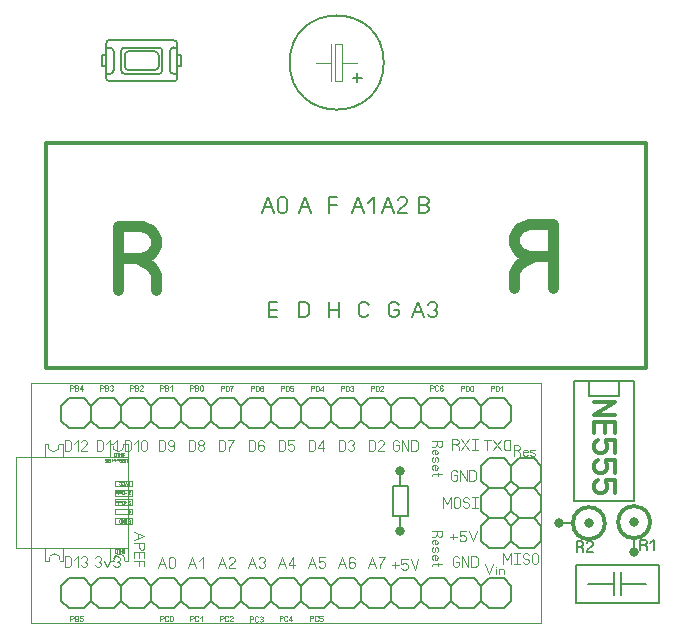
<source format=gbr>
%FSLAX34Y34*%
%MOMM*%
%LNCOPPER_BOTTOM*%
G71*
G01*
%ADD10C, 0.11*%
%ADD11C, 0.06*%
%ADD12C, 0.20*%
%ADD13C, 0.10*%
%ADD14C, 0.00*%
%ADD15C, 0.03*%
%ADD16C, 0.03*%
%ADD17C, 0.30*%
%ADD18C, 0.17*%
%ADD19C, 0.15*%
%ADD20C, 0.80*%
%ADD21C, 0.32*%
%ADD22C, 0.16*%
%ADD23C, 0.97*%
%LPD*%
G54D10*
X859768Y543872D02*
X859768Y552761D01*
X863102Y547205D01*
X866435Y552761D01*
X866435Y543872D01*
G54D10*
X874213Y551094D02*
X874213Y545538D01*
X873546Y544427D01*
X872213Y543872D01*
X870880Y543872D01*
X869546Y544427D01*
X868880Y545538D01*
X868880Y551094D01*
X869546Y552205D01*
X870880Y552761D01*
X872213Y552761D01*
X873546Y552205D01*
X874213Y551094D01*
G54D10*
X876656Y545538D02*
X877323Y544427D01*
X878656Y543872D01*
X879990Y543872D01*
X881323Y544427D01*
X881990Y545538D01*
X881990Y546650D01*
X881323Y547761D01*
X879990Y548316D01*
X878656Y548316D01*
X877323Y548872D01*
X876656Y549983D01*
X876656Y551094D01*
X877323Y552205D01*
X878656Y552761D01*
X879990Y552761D01*
X881323Y552205D01*
X881990Y551094D01*
G54D10*
X884434Y543872D02*
X889767Y543872D01*
G54D10*
X887100Y543872D02*
X887100Y552761D01*
G54D10*
X884434Y552761D02*
X889767Y552761D01*
G54D10*
X871029Y498157D02*
X873696Y498157D01*
X873696Y495379D01*
X873029Y494268D01*
X871696Y493712D01*
X870362Y493712D01*
X869029Y494268D01*
X868362Y495379D01*
X868362Y500935D01*
X869029Y502046D01*
X870362Y502601D01*
X871696Y502601D01*
X873029Y502046D01*
X873696Y500935D01*
G54D10*
X876140Y493712D02*
X876140Y502601D01*
X881473Y493712D01*
X881473Y502601D01*
G54D10*
X883916Y493712D02*
X883916Y502601D01*
X887250Y502601D01*
X888583Y502046D01*
X889250Y500935D01*
X889250Y495379D01*
X888583Y494268D01*
X887250Y493712D01*
X883916Y493712D01*
G54D10*
X895714Y496251D02*
X899047Y487362D01*
X902381Y496251D01*
G54D10*
X904825Y487362D02*
X904825Y492362D01*
G54D10*
X904825Y494029D02*
X904825Y494029D01*
G54D10*
X907269Y487362D02*
X907269Y492362D01*
G54D10*
X907269Y491251D02*
X907936Y492029D01*
X909269Y492362D01*
X910602Y492029D01*
X911269Y491251D01*
X911269Y487362D01*
G54D10*
X854994Y521809D02*
X853882Y519809D01*
X852771Y519142D01*
X850549Y519142D01*
G54D10*
X850549Y524476D02*
X859438Y524476D01*
X859438Y521142D01*
X858882Y519809D01*
X857771Y519142D01*
X856660Y519142D01*
X855549Y519809D01*
X854994Y521142D01*
X854994Y524476D01*
G54D10*
X851104Y512698D02*
X850549Y513765D01*
X850549Y515098D01*
X851104Y516432D01*
X852216Y516698D01*
X854104Y516698D01*
X855216Y516032D01*
X855549Y514698D01*
X855216Y513365D01*
X854438Y512698D01*
X853327Y512698D01*
X853327Y516698D01*
G54D10*
X851104Y510254D02*
X850549Y508921D01*
X850549Y507588D01*
X851104Y506254D01*
X852216Y506254D01*
X852771Y506921D01*
X853327Y509588D01*
X853882Y510254D01*
X854994Y510254D01*
X855549Y508921D01*
X855549Y507588D01*
X854994Y506254D01*
G54D10*
X851104Y499810D02*
X850549Y500877D01*
X850549Y502210D01*
X851104Y503544D01*
X852216Y503810D01*
X854104Y503810D01*
X855216Y503144D01*
X855549Y501810D01*
X855216Y500477D01*
X854438Y499810D01*
X853327Y499810D01*
X853327Y503810D01*
G54D10*
X859438Y496033D02*
X851104Y496033D01*
X850549Y495366D01*
X850771Y494700D01*
G54D10*
X855549Y497366D02*
X855549Y494700D01*
G54D10*
X816906Y495373D02*
X822239Y495373D01*
G54D10*
X819573Y497596D02*
X819573Y493151D01*
G54D10*
X830016Y500373D02*
X824683Y500373D01*
X824683Y496484D01*
X825350Y496484D01*
X826683Y497040D01*
X828016Y497040D01*
X829350Y496484D01*
X830016Y495373D01*
X830016Y493151D01*
X829350Y492040D01*
X828016Y491484D01*
X826683Y491484D01*
X825350Y492040D01*
X824683Y493151D01*
G54D10*
X832460Y500373D02*
X835793Y491484D01*
X839127Y500373D01*
G54D10*
X694668Y493072D02*
X698002Y501961D01*
X701335Y493072D01*
G54D10*
X696002Y496405D02*
X700002Y496405D01*
G54D10*
X703780Y500294D02*
X704446Y501405D01*
X705780Y501961D01*
X707113Y501961D01*
X708446Y501405D01*
X709113Y500294D01*
X709113Y499183D01*
X708446Y498072D01*
X707113Y497516D01*
X708446Y496961D01*
X709113Y495850D01*
X709113Y494739D01*
X708446Y493627D01*
X707113Y493072D01*
X705780Y493072D01*
X704446Y493627D01*
X703780Y494739D01*
G54D10*
X669268Y493072D02*
X672602Y501961D01*
X675935Y493072D01*
G54D10*
X670602Y496405D02*
X674602Y496405D01*
G54D10*
X683713Y493072D02*
X678380Y493072D01*
X678380Y493627D01*
X679046Y494738D01*
X683046Y498072D01*
X683713Y499183D01*
X683713Y500294D01*
X683046Y501405D01*
X681713Y501961D01*
X680380Y501961D01*
X679046Y501405D01*
X678380Y500294D01*
G54D10*
X720068Y493072D02*
X723402Y501961D01*
X726735Y493072D01*
G54D10*
X721402Y496405D02*
X725402Y496405D01*
G54D10*
X733180Y493072D02*
X733180Y501961D01*
X729180Y496405D01*
X729180Y495294D01*
X734513Y495294D01*
G54D10*
X745468Y493072D02*
X748802Y501961D01*
X752135Y493072D01*
G54D10*
X746802Y496405D02*
X750802Y496405D01*
G54D10*
X759913Y501961D02*
X754580Y501961D01*
X754580Y498072D01*
X755246Y498072D01*
X756580Y498627D01*
X757913Y498627D01*
X759246Y498072D01*
X759913Y496961D01*
X759913Y494738D01*
X759246Y493627D01*
X757913Y493072D01*
X756580Y493072D01*
X755246Y493627D01*
X754580Y494738D01*
G54D10*
X643868Y493072D02*
X647202Y501961D01*
X650535Y493072D01*
G54D10*
X645202Y496405D02*
X649202Y496405D01*
G54D10*
X652980Y498627D02*
X656313Y501961D01*
X656313Y493072D01*
G54D10*
X618468Y493072D02*
X621802Y501961D01*
X625135Y493072D01*
G54D10*
X619802Y496405D02*
X623802Y496405D01*
G54D10*
X632913Y500294D02*
X632913Y494738D01*
X632246Y493627D01*
X630913Y493072D01*
X629580Y493072D01*
X628246Y493627D01*
X627580Y494738D01*
X627580Y500294D01*
X628246Y501405D01*
X629580Y501961D01*
X630913Y501961D01*
X632246Y501405D01*
X632913Y500294D01*
G54D10*
X770868Y493072D02*
X774202Y501961D01*
X777535Y493072D01*
G54D10*
X772202Y496405D02*
X776202Y496405D01*
G54D10*
X785313Y500294D02*
X784646Y501405D01*
X783313Y501961D01*
X781980Y501961D01*
X780646Y501405D01*
X779980Y500294D01*
X779980Y497516D01*
X779980Y496961D01*
X781980Y498072D01*
X783313Y498072D01*
X784646Y497516D01*
X785313Y496405D01*
X785313Y494739D01*
X784646Y493627D01*
X783313Y493072D01*
X781980Y493072D01*
X780646Y493627D01*
X779980Y494739D01*
X779980Y497516D01*
G54D10*
X796268Y493072D02*
X799602Y501961D01*
X802935Y493072D01*
G54D10*
X797602Y496405D02*
X801602Y496405D01*
G54D10*
X805380Y501961D02*
X810713Y501961D01*
X810046Y500850D01*
X808713Y499183D01*
X807380Y496961D01*
X806713Y495294D01*
X806713Y493072D01*
G54D11*
X544512Y447675D02*
X544512Y452119D01*
X546179Y452119D01*
X546846Y451842D01*
X547179Y451286D01*
X547179Y450731D01*
X546846Y450175D01*
X546179Y449897D01*
X544512Y449897D01*
G54D11*
X548402Y447675D02*
X548402Y452119D01*
X550068Y452119D01*
X550735Y451842D01*
X551068Y451286D01*
X551068Y450731D01*
X550735Y450175D01*
X550068Y449897D01*
X550735Y449619D01*
X551068Y449064D01*
X551068Y448508D01*
X550735Y447953D01*
X550068Y447675D01*
X548402Y447675D01*
G54D11*
X548402Y449897D02*
X550068Y449897D01*
G54D11*
X554957Y452119D02*
X552290Y452119D01*
X552290Y450175D01*
X552624Y450175D01*
X553290Y450453D01*
X553957Y450453D01*
X554624Y450175D01*
X554957Y449619D01*
X554957Y448508D01*
X554624Y447953D01*
X553957Y447675D01*
X553290Y447675D01*
X552624Y447953D01*
X552290Y448508D01*
G54D11*
X620712Y447675D02*
X620712Y452119D01*
X622379Y452119D01*
X623046Y451842D01*
X623379Y451286D01*
X623379Y450731D01*
X623046Y450175D01*
X622379Y449897D01*
X620712Y449897D01*
G54D11*
X627268Y448508D02*
X626935Y447953D01*
X626268Y447675D01*
X625602Y447675D01*
X624935Y447953D01*
X624602Y448508D01*
X624602Y451286D01*
X624935Y451842D01*
X625602Y452119D01*
X626268Y452119D01*
X626935Y451842D01*
X627268Y451286D01*
G54D11*
X631157Y451286D02*
X631157Y448508D01*
X630824Y447953D01*
X630157Y447675D01*
X629490Y447675D01*
X628824Y447953D01*
X628490Y448508D01*
X628490Y451286D01*
X628824Y451842D01*
X629490Y452119D01*
X630157Y452119D01*
X630824Y451842D01*
X631157Y451286D01*
G54D11*
X646112Y447675D02*
X646112Y452119D01*
X647779Y452119D01*
X648446Y451842D01*
X648779Y451286D01*
X648779Y450731D01*
X648446Y450175D01*
X647779Y449897D01*
X646112Y449897D01*
G54D11*
X652668Y448508D02*
X652335Y447953D01*
X651668Y447675D01*
X651002Y447675D01*
X650335Y447953D01*
X650002Y448508D01*
X650002Y451286D01*
X650335Y451842D01*
X651002Y452119D01*
X651668Y452119D01*
X652335Y451842D01*
X652668Y451286D01*
G54D11*
X653890Y450453D02*
X655557Y452119D01*
X655557Y447675D01*
G54D11*
X671462Y447675D02*
X671462Y452119D01*
X673129Y452119D01*
X673796Y451842D01*
X674129Y451286D01*
X674129Y450730D01*
X673796Y450175D01*
X673129Y449897D01*
X671462Y449897D01*
G54D11*
X678018Y448508D02*
X677685Y447953D01*
X677018Y447675D01*
X676352Y447675D01*
X675685Y447953D01*
X675352Y448508D01*
X675352Y451286D01*
X675685Y451842D01*
X676352Y452119D01*
X677018Y452119D01*
X677685Y451842D01*
X678018Y451286D01*
G54D11*
X681907Y447675D02*
X679240Y447675D01*
X679240Y447953D01*
X679574Y448508D01*
X681574Y450175D01*
X681907Y450730D01*
X681907Y451286D01*
X681574Y451842D01*
X680907Y452119D01*
X680240Y452119D01*
X679574Y451842D01*
X679240Y451286D01*
G54D11*
X696789Y447397D02*
X696789Y451842D01*
X698455Y451842D01*
X699122Y451564D01*
X699455Y451008D01*
X699455Y450453D01*
X699122Y449897D01*
X698455Y449620D01*
X696789Y449620D01*
G54D11*
X703344Y448231D02*
X703011Y447675D01*
X702344Y447397D01*
X701678Y447397D01*
X701011Y447675D01*
X700678Y448231D01*
X700678Y451008D01*
X701011Y451564D01*
X701678Y451842D01*
X702344Y451842D01*
X703011Y451564D01*
X703344Y451008D01*
G54D11*
X704567Y451008D02*
X704900Y451564D01*
X705567Y451842D01*
X706233Y451842D01*
X706900Y451564D01*
X707233Y451008D01*
X707233Y450453D01*
X706900Y449897D01*
X706233Y449620D01*
X706900Y449342D01*
X707233Y448786D01*
X707233Y448231D01*
X706900Y447675D01*
X706233Y447397D01*
X705567Y447397D01*
X704900Y447675D01*
X704567Y448231D01*
G54D11*
X721569Y447993D02*
X721569Y452438D01*
X723236Y452438D01*
X723903Y452160D01*
X724236Y451604D01*
X724236Y451049D01*
X723903Y450493D01*
X723236Y450215D01*
X721569Y450215D01*
G54D11*
X728125Y448826D02*
X727792Y448271D01*
X727125Y447993D01*
X726458Y447993D01*
X725792Y448271D01*
X725458Y448826D01*
X725458Y451604D01*
X725792Y452160D01*
X726458Y452438D01*
X727125Y452438D01*
X727792Y452160D01*
X728125Y451604D01*
G54D11*
X731347Y447993D02*
X731347Y452438D01*
X729347Y449660D01*
X729347Y449104D01*
X732014Y449104D01*
G54D11*
X747536Y447993D02*
X747536Y452438D01*
X749203Y452438D01*
X749869Y452160D01*
X750203Y451604D01*
X750203Y451049D01*
X749869Y450493D01*
X749203Y450215D01*
X747536Y450215D01*
G54D11*
X754092Y448826D02*
X753758Y448271D01*
X753092Y447993D01*
X752425Y447993D01*
X751758Y448271D01*
X751425Y448826D01*
X751425Y451604D01*
X751758Y452160D01*
X752425Y452438D01*
X753092Y452438D01*
X753758Y452160D01*
X754092Y451604D01*
G54D11*
X757981Y452438D02*
X755314Y452438D01*
X755314Y450493D01*
X755647Y450493D01*
X756314Y450771D01*
X756981Y450771D01*
X757647Y450493D01*
X757981Y449938D01*
X757981Y448826D01*
X757647Y448271D01*
X756981Y447993D01*
X756314Y447993D01*
X755647Y448271D01*
X755314Y448826D01*
G54D11*
X849312Y642938D02*
X849312Y647382D01*
X850979Y647382D01*
X851646Y647104D01*
X851979Y646549D01*
X851979Y645993D01*
X851646Y645438D01*
X850979Y645160D01*
X849312Y645160D01*
G54D11*
X855868Y643771D02*
X855535Y643215D01*
X854868Y642938D01*
X854202Y642938D01*
X853535Y643215D01*
X853202Y643771D01*
X853202Y646549D01*
X853535Y647104D01*
X854202Y647382D01*
X854868Y647382D01*
X855535Y647104D01*
X855868Y646549D01*
G54D11*
X859757Y646549D02*
X859424Y647104D01*
X858757Y647382D01*
X858090Y647382D01*
X857424Y647104D01*
X857090Y646549D01*
X857090Y645160D01*
X857090Y644882D01*
X858090Y645438D01*
X858757Y645438D01*
X859424Y645160D01*
X859757Y644604D01*
X859757Y643771D01*
X859424Y643215D01*
X858757Y642938D01*
X858090Y642938D01*
X857424Y643215D01*
X857090Y643771D01*
X857090Y645160D01*
G54D11*
X900523Y642653D02*
X900523Y647098D01*
X902189Y647098D01*
X902856Y646820D01*
X903189Y646264D01*
X903189Y645709D01*
X902856Y645153D01*
X902189Y644876D01*
X900523Y644876D01*
G54D11*
X904412Y642653D02*
X904412Y647098D01*
X906078Y647098D01*
X906745Y646820D01*
X907078Y646264D01*
X907078Y643487D01*
X906745Y642931D01*
X906078Y642653D01*
X904412Y642653D01*
G54D11*
X908301Y645431D02*
X909967Y647098D01*
X909967Y642653D01*
G54D11*
X875123Y642653D02*
X875123Y647098D01*
X876789Y647098D01*
X877456Y646820D01*
X877789Y646264D01*
X877789Y645709D01*
X877456Y645153D01*
X876789Y644876D01*
X875123Y644876D01*
G54D11*
X879012Y642653D02*
X879012Y647098D01*
X880678Y647098D01*
X881345Y646820D01*
X881678Y646264D01*
X881678Y643487D01*
X881345Y642931D01*
X880678Y642653D01*
X879012Y642653D01*
G54D11*
X885567Y646264D02*
X885567Y643487D01*
X885234Y642931D01*
X884567Y642653D01*
X883901Y642653D01*
X883234Y642931D01*
X882901Y643487D01*
X882901Y646264D01*
X883234Y646820D01*
X883901Y647098D01*
X884567Y647098D01*
X885234Y646820D01*
X885567Y646264D01*
G54D11*
X798923Y642653D02*
X798923Y647098D01*
X800589Y647098D01*
X801256Y646820D01*
X801589Y646264D01*
X801589Y645709D01*
X801256Y645153D01*
X800589Y644876D01*
X798923Y644876D01*
G54D11*
X802812Y642653D02*
X802812Y647098D01*
X804478Y647098D01*
X805145Y646820D01*
X805478Y646264D01*
X805478Y643487D01*
X805145Y642931D01*
X804478Y642653D01*
X802812Y642653D01*
G54D11*
X809367Y642653D02*
X806701Y642653D01*
X806701Y642931D01*
X807034Y643487D01*
X809034Y645153D01*
X809367Y645709D01*
X809367Y646264D01*
X809034Y646820D01*
X808367Y647098D01*
X807701Y647098D01*
X807034Y646820D01*
X806701Y646264D01*
G54D11*
X773523Y642653D02*
X773523Y647098D01*
X775189Y647098D01*
X775856Y646820D01*
X776189Y646264D01*
X776189Y645709D01*
X775856Y645153D01*
X775189Y644876D01*
X773523Y644876D01*
G54D11*
X777412Y642653D02*
X777412Y647098D01*
X779078Y647098D01*
X779745Y646820D01*
X780078Y646264D01*
X780078Y643487D01*
X779745Y642931D01*
X779078Y642653D01*
X777412Y642653D01*
G54D11*
X781301Y646264D02*
X781634Y646820D01*
X782301Y647098D01*
X782967Y647098D01*
X783634Y646820D01*
X783967Y646264D01*
X783967Y645709D01*
X783634Y645153D01*
X782967Y644876D01*
X783634Y644598D01*
X783967Y644042D01*
X783967Y643487D01*
X783634Y642931D01*
X782967Y642653D01*
X782301Y642653D01*
X781634Y642931D01*
X781301Y643487D01*
G54D11*
X748123Y642653D02*
X748123Y647098D01*
X749789Y647098D01*
X750456Y646820D01*
X750789Y646264D01*
X750789Y645709D01*
X750456Y645153D01*
X749789Y644876D01*
X748123Y644876D01*
G54D11*
X752012Y642653D02*
X752012Y647098D01*
X753678Y647098D01*
X754345Y646820D01*
X754678Y646264D01*
X754678Y643487D01*
X754345Y642931D01*
X753678Y642653D01*
X752012Y642653D01*
G54D11*
X757901Y642653D02*
X757901Y647098D01*
X755901Y644320D01*
X755901Y643764D01*
X758567Y643764D01*
G54D11*
X722723Y642653D02*
X722723Y647098D01*
X724389Y647098D01*
X725056Y646820D01*
X725389Y646264D01*
X725389Y645709D01*
X725056Y645153D01*
X724389Y644876D01*
X722723Y644876D01*
G54D11*
X726612Y642653D02*
X726612Y647098D01*
X728278Y647098D01*
X728945Y646820D01*
X729278Y646264D01*
X729278Y643487D01*
X728945Y642931D01*
X728278Y642653D01*
X726612Y642653D01*
G54D11*
X733167Y647098D02*
X730501Y647098D01*
X730501Y645153D01*
X730834Y645153D01*
X731501Y645431D01*
X732167Y645431D01*
X732834Y645153D01*
X733167Y644598D01*
X733167Y643487D01*
X732834Y642931D01*
X732167Y642653D01*
X731501Y642653D01*
X730834Y642931D01*
X730501Y643487D01*
G54D11*
X697323Y642653D02*
X697323Y647098D01*
X698989Y647098D01*
X699656Y646820D01*
X699989Y646264D01*
X699989Y645709D01*
X699656Y645153D01*
X698989Y644876D01*
X697323Y644876D01*
G54D11*
X701212Y642653D02*
X701212Y647098D01*
X702878Y647098D01*
X703545Y646820D01*
X703878Y646264D01*
X703878Y643487D01*
X703545Y642931D01*
X702878Y642653D01*
X701212Y642653D01*
G54D11*
X707767Y646264D02*
X707434Y646820D01*
X706767Y647098D01*
X706101Y647098D01*
X705434Y646820D01*
X705101Y646264D01*
X705101Y644876D01*
X705101Y644598D01*
X706101Y645153D01*
X706767Y645153D01*
X707434Y644876D01*
X707767Y644320D01*
X707767Y643487D01*
X707434Y642931D01*
X706767Y642653D01*
X706101Y642653D01*
X705434Y642931D01*
X705101Y643487D01*
X705101Y644876D01*
G54D11*
X671923Y642653D02*
X671923Y647098D01*
X673589Y647098D01*
X674256Y646820D01*
X674589Y646264D01*
X674589Y645709D01*
X674256Y645153D01*
X673589Y644876D01*
X671923Y644876D01*
G54D11*
X675812Y642653D02*
X675812Y647098D01*
X677478Y647098D01*
X678145Y646820D01*
X678478Y646264D01*
X678478Y643487D01*
X678145Y642931D01*
X677478Y642653D01*
X675812Y642653D01*
G54D11*
X679701Y647098D02*
X682367Y647098D01*
X682034Y646542D01*
X681367Y645709D01*
X680701Y644598D01*
X680367Y643764D01*
X680367Y642653D01*
G54D12*
X549275Y484188D02*
X542875Y484188D01*
X536575Y477888D01*
X536575Y465088D01*
X542875Y458788D01*
X555675Y458788D01*
X561975Y465088D01*
X561975Y477888D01*
X555675Y484188D01*
X549275Y484188D01*
G54D12*
X574675Y484188D02*
X568275Y484188D01*
X561975Y477888D01*
X561975Y465088D01*
X568275Y458788D01*
X581075Y458788D01*
X587375Y465088D01*
X587375Y477888D01*
X581075Y484188D01*
X574675Y484188D01*
G54D12*
X600075Y484188D02*
X593675Y484188D01*
X587375Y477888D01*
X587375Y465088D01*
X593675Y458788D01*
X606475Y458788D01*
X612775Y465088D01*
X612775Y477888D01*
X606475Y484188D01*
X600075Y484188D01*
G54D12*
X625475Y484188D02*
X619075Y484188D01*
X612775Y477888D01*
X612775Y465088D01*
X619075Y458788D01*
X631875Y458788D01*
X638175Y465088D01*
X638175Y477888D01*
X631875Y484188D01*
X625475Y484188D01*
G54D12*
X650875Y484188D02*
X644475Y484188D01*
X638175Y477888D01*
X638175Y465088D01*
X644475Y458788D01*
X657275Y458788D01*
X663575Y465088D01*
X663575Y477888D01*
X657275Y484188D01*
X650875Y484188D01*
G54D12*
X676275Y484188D02*
X669875Y484188D01*
X663575Y477888D01*
X663575Y465088D01*
X669875Y458788D01*
X682675Y458788D01*
X688975Y465088D01*
X688975Y477888D01*
X682675Y484188D01*
X676275Y484188D01*
G54D12*
X701675Y484188D02*
X695275Y484188D01*
X688975Y477888D01*
X688975Y465088D01*
X695275Y458788D01*
X708075Y458788D01*
X714375Y465088D01*
X714375Y477888D01*
X708075Y484188D01*
X701675Y484188D01*
G54D12*
X727075Y484188D02*
X720675Y484188D01*
X714375Y477888D01*
X714375Y465088D01*
X720675Y458788D01*
X733475Y458788D01*
X739775Y465088D01*
X739775Y477888D01*
X733475Y484188D01*
X727075Y484188D01*
G54D12*
X752475Y484188D02*
X746075Y484188D01*
X739775Y477888D01*
X739775Y465088D01*
X746075Y458788D01*
X758875Y458788D01*
X765175Y465088D01*
X765175Y477888D01*
X758875Y484188D01*
X752475Y484188D01*
G54D12*
X777875Y484188D02*
X771475Y484188D01*
X765175Y477888D01*
X765175Y465088D01*
X771475Y458788D01*
X784275Y458788D01*
X790575Y465088D01*
X790575Y477888D01*
X784275Y484188D01*
X777875Y484188D01*
G54D12*
X803275Y484188D02*
X796875Y484188D01*
X790575Y477888D01*
X790575Y465088D01*
X796875Y458788D01*
X809675Y458788D01*
X815975Y465088D01*
X815975Y477888D01*
X809675Y484188D01*
X803275Y484188D01*
G54D12*
X828675Y484188D02*
X822275Y484188D01*
X815975Y477888D01*
X815975Y465088D01*
X822275Y458788D01*
X835075Y458788D01*
X841375Y465088D01*
X841375Y477888D01*
X835075Y484188D01*
X828675Y484188D01*
G54D12*
X854075Y484188D02*
X847675Y484188D01*
X841375Y477888D01*
X841375Y465088D01*
X847675Y458788D01*
X860475Y458788D01*
X866775Y465088D01*
X866775Y477888D01*
X860475Y484188D01*
X854075Y484188D01*
G54D12*
X879475Y484188D02*
X873075Y484188D01*
X866775Y477888D01*
X866775Y465088D01*
X873075Y458788D01*
X885875Y458788D01*
X892175Y465088D01*
X892175Y477888D01*
X885875Y484188D01*
X879475Y484188D01*
G54D12*
X904875Y484188D02*
X898475Y484188D01*
X892175Y477888D01*
X892175Y465088D01*
X898475Y458788D01*
X911275Y458788D01*
X917575Y465088D01*
X917575Y477888D01*
X911275Y484188D01*
X904875Y484188D01*
G54D12*
X549275Y636588D02*
X542875Y636588D01*
X536575Y630288D01*
X536575Y617488D01*
X542875Y611188D01*
X555675Y611188D01*
X561975Y617488D01*
X561975Y630288D01*
X555675Y636588D01*
X549275Y636588D01*
G54D12*
X574675Y636588D02*
X568275Y636588D01*
X561975Y630288D01*
X561975Y617488D01*
X568275Y611188D01*
X581075Y611188D01*
X587375Y617488D01*
X587375Y630288D01*
X581075Y636588D01*
X574675Y636588D01*
G54D12*
X600075Y636588D02*
X593675Y636588D01*
X587375Y630288D01*
X587375Y617488D01*
X593675Y611188D01*
X606475Y611188D01*
X612775Y617488D01*
X612775Y630288D01*
X606475Y636588D01*
X600075Y636588D01*
G54D12*
X625475Y636588D02*
X619075Y636588D01*
X612775Y630288D01*
X612775Y617488D01*
X619075Y611188D01*
X631875Y611188D01*
X638175Y617488D01*
X638175Y630288D01*
X631875Y636588D01*
X625475Y636588D01*
G54D12*
X650875Y636588D02*
X644475Y636588D01*
X638175Y630288D01*
X638175Y617488D01*
X644475Y611188D01*
X657275Y611188D01*
X663575Y617488D01*
X663575Y630288D01*
X657275Y636588D01*
X650875Y636588D01*
G54D12*
X676275Y636588D02*
X669875Y636588D01*
X663575Y630288D01*
X663575Y617488D01*
X669875Y611188D01*
X682675Y611188D01*
X688975Y617488D01*
X688975Y630288D01*
X682675Y636588D01*
X676275Y636588D01*
G54D12*
X701675Y636588D02*
X695275Y636588D01*
X688975Y630288D01*
X688975Y617488D01*
X695275Y611188D01*
X708075Y611188D01*
X714375Y617488D01*
X714375Y630288D01*
X708075Y636588D01*
X701675Y636588D01*
G54D12*
X727075Y636588D02*
X720675Y636588D01*
X714375Y630288D01*
X714375Y617488D01*
X720675Y611188D01*
X733475Y611188D01*
X739775Y617488D01*
X739775Y630288D01*
X733475Y636588D01*
X727075Y636588D01*
G54D12*
X752475Y636588D02*
X746075Y636588D01*
X739775Y630288D01*
X739775Y617488D01*
X746075Y611188D01*
X758875Y611188D01*
X765175Y617488D01*
X765175Y630288D01*
X758875Y636588D01*
X752475Y636588D01*
G54D12*
X777875Y636588D02*
X771475Y636588D01*
X765175Y630288D01*
X765175Y617488D01*
X771475Y611188D01*
X784275Y611188D01*
X790575Y617488D01*
X790575Y630288D01*
X784275Y636588D01*
X777875Y636588D01*
G54D12*
X803275Y636588D02*
X796875Y636588D01*
X790575Y630288D01*
X790575Y617488D01*
X796875Y611188D01*
X809675Y611188D01*
X815975Y617488D01*
X815975Y630288D01*
X809675Y636588D01*
X803275Y636588D01*
G54D12*
X828675Y636588D02*
X822275Y636588D01*
X815975Y630288D01*
X815975Y617488D01*
X822275Y611188D01*
X835075Y611188D01*
X841375Y617488D01*
X841375Y630288D01*
X835075Y636588D01*
X828675Y636588D01*
G54D12*
X854075Y636588D02*
X847675Y636588D01*
X841375Y630288D01*
X841375Y617488D01*
X847675Y611188D01*
X860475Y611188D01*
X866775Y617488D01*
X866775Y630288D01*
X860475Y636588D01*
X854075Y636588D01*
G54D12*
X879475Y636588D02*
X873075Y636588D01*
X866775Y630288D01*
X866775Y617488D01*
X873075Y611188D01*
X885875Y611188D01*
X892175Y617488D01*
X892175Y630288D01*
X885875Y636588D01*
X879475Y636588D01*
G54D12*
X904875Y636588D02*
X898475Y636588D01*
X892175Y630288D01*
X892175Y617488D01*
X898475Y611188D01*
X911275Y611188D01*
X917575Y617488D01*
X917575Y630288D01*
X911275Y636588D01*
X904875Y636588D01*
G54D13*
X511175Y649288D02*
X942975Y649288D01*
X942975Y446088D01*
X511175Y446088D01*
X511175Y649288D01*
G54D12*
X930275Y560388D02*
X936675Y560388D01*
X942975Y566687D01*
X942975Y579488D01*
X936675Y585787D01*
X923875Y585788D01*
X917575Y579488D01*
X917575Y566687D01*
X923875Y560388D01*
X930275Y560388D01*
G54D12*
X904875Y560388D02*
X911275Y560388D01*
X917575Y566687D01*
X917575Y579488D01*
X911275Y585787D01*
X898475Y585788D01*
X892175Y579487D01*
X892175Y566687D01*
X898475Y560388D01*
X904875Y560388D01*
G54D12*
X930275Y534988D02*
X936675Y534988D01*
X942975Y541288D01*
X942975Y554088D01*
X936675Y560388D01*
X923875Y560388D01*
X917575Y554088D01*
X917575Y541288D01*
X923875Y534988D01*
X930275Y534988D01*
G54D12*
X904875Y534988D02*
X911275Y534988D01*
X917575Y541288D01*
X917575Y554088D01*
X911275Y560388D01*
X898475Y560388D01*
X892175Y554088D01*
X892175Y541288D01*
X898475Y534988D01*
X904875Y534988D01*
G54D12*
X930275Y509588D02*
X936675Y509588D01*
X942975Y515888D01*
X942975Y528688D01*
X936675Y534988D01*
X923875Y534988D01*
X917575Y528688D01*
X917575Y515888D01*
X923875Y509588D01*
X930275Y509588D01*
G54D12*
X904875Y509588D02*
X911275Y509588D01*
X917575Y515888D01*
X917575Y528688D01*
X911275Y534988D01*
X898475Y534988D01*
X892175Y528688D01*
X892175Y515888D01*
X898475Y509588D01*
X904875Y509588D01*
G54D14*
X498475Y509588D02*
X592931Y509588D01*
X592931Y586581D01*
X498475Y586581D01*
X498475Y509588D01*
G54D15*
X595081Y564071D02*
X594081Y563071D01*
X594081Y565737D01*
G54D15*
X593181Y557800D02*
X594781Y557800D01*
X594781Y557633D01*
X594581Y557300D01*
X593381Y556300D01*
X593181Y555966D01*
X593181Y555633D01*
X593381Y555300D01*
X593781Y555133D01*
X594181Y555133D01*
X594581Y555300D01*
X594781Y555633D01*
G54D15*
X594988Y547658D02*
X594788Y547325D01*
X594388Y547158D01*
X593988Y547158D01*
X593588Y547325D01*
X593388Y547658D01*
X593388Y547992D01*
X593588Y548325D01*
X593988Y548492D01*
X593588Y548658D01*
X593388Y548992D01*
X593388Y549325D01*
X593588Y549658D01*
X593988Y549825D01*
X594388Y549825D01*
X594788Y549658D01*
X594988Y549325D01*
G54D15*
X593788Y541887D02*
X593788Y539221D01*
X594988Y540887D01*
X594988Y541221D01*
X593388Y541221D01*
G54D15*
X593388Y531283D02*
X594988Y531283D01*
X594988Y532450D01*
X594788Y532450D01*
X594388Y532283D01*
X593988Y532283D01*
X593588Y532450D01*
X593388Y532783D01*
X593388Y533450D01*
X593588Y533783D01*
X593988Y533950D01*
X594388Y533950D01*
X594788Y533783D01*
X594988Y533450D01*
G54D15*
X589431Y589794D02*
X589231Y590127D01*
X588831Y590294D01*
X588431Y590294D01*
X588031Y590127D01*
X587831Y589794D01*
X587831Y589460D01*
X588031Y589127D01*
X588431Y588960D01*
X588831Y588960D01*
X589231Y588794D01*
X589431Y588460D01*
X589431Y588127D01*
X589231Y587794D01*
X588831Y587627D01*
X588431Y587627D01*
X588031Y587794D01*
X587831Y588127D01*
G54D15*
X587131Y590294D02*
X587131Y587627D01*
G54D15*
X585531Y590294D02*
X585531Y587627D01*
G54D15*
X587131Y588960D02*
X585531Y588960D01*
G54D15*
X584831Y587627D02*
X584831Y590294D01*
X583431Y590294D01*
G54D15*
X582731Y590294D02*
X582731Y587627D01*
X581731Y587627D01*
X581331Y587794D01*
X581131Y588127D01*
X581131Y589794D01*
X581331Y590127D01*
X581731Y590294D01*
X582731Y590294D01*
G54D15*
X590225Y508088D02*
X590025Y508421D01*
X589625Y508588D01*
X589225Y508588D01*
X588825Y508421D01*
X588625Y508088D01*
X588625Y507754D01*
X588825Y507421D01*
X589225Y507254D01*
X589625Y507254D01*
X590025Y507088D01*
X590225Y506754D01*
X590225Y506421D01*
X590025Y506088D01*
X589625Y505921D01*
X589225Y505921D01*
X588825Y506088D01*
X588625Y506421D01*
G54D15*
X587925Y508588D02*
X587925Y505921D01*
G54D15*
X586325Y508588D02*
X586325Y505921D01*
G54D15*
X587925Y507254D02*
X586325Y507254D01*
G54D15*
X585625Y505921D02*
X585625Y508588D01*
X584225Y508588D01*
G54D15*
X583525Y508588D02*
X583525Y505921D01*
X582525Y505921D01*
X582125Y506088D01*
X581925Y506421D01*
X581925Y508088D01*
X582125Y508421D01*
X582525Y508588D01*
X583525Y508588D01*
G54D15*
X591012Y532616D02*
X590212Y532616D01*
X590212Y533450D01*
X590412Y533783D01*
X590812Y533950D01*
X591212Y533950D01*
X591612Y533783D01*
X591812Y533450D01*
X591812Y531783D01*
X591612Y531450D01*
X591212Y531283D01*
X590812Y531283D01*
X590412Y531450D01*
X590212Y531783D01*
G54D15*
X589512Y533950D02*
X589512Y531283D01*
X587912Y533950D01*
X587912Y531283D01*
G54D15*
X587212Y533950D02*
X587212Y531283D01*
X586212Y531283D01*
X585812Y531450D01*
X585612Y531783D01*
X585612Y533450D01*
X585812Y533783D01*
X586212Y533950D01*
X587212Y533950D01*
G54D16*
X591812Y548658D02*
X590212Y548658D01*
G54D16*
X591012Y547992D02*
X591012Y549325D01*
G54D16*
X589480Y549825D02*
X589480Y547158D01*
X588480Y547158D01*
X588080Y547325D01*
X587880Y547658D01*
X587880Y549325D01*
X588080Y549658D01*
X588480Y549825D01*
X589480Y549825D01*
G54D16*
X587146Y548492D02*
X586746Y548325D01*
X586266Y548325D01*
X585946Y548658D01*
X585946Y549825D01*
G54D16*
X585946Y549325D02*
X586146Y548992D01*
X586546Y548925D01*
X586946Y548992D01*
X587146Y549325D01*
X587066Y549658D01*
X586746Y549825D01*
X586546Y549825D01*
X586466Y549825D01*
X586146Y549658D01*
X585946Y549325D01*
G54D16*
X584814Y547158D02*
X584814Y549658D01*
X584614Y549825D01*
X584414Y549758D01*
G54D16*
X585214Y548325D02*
X584414Y548325D01*
G54D16*
X583680Y548492D02*
X583280Y548325D01*
X582800Y548325D01*
X582480Y548658D01*
X582480Y549825D01*
G54D16*
X582480Y549325D02*
X582680Y548992D01*
X583080Y548925D01*
X583480Y548992D01*
X583680Y549325D01*
X583600Y549658D01*
X583280Y549825D01*
X583080Y549825D01*
X583000Y549825D01*
X582680Y549658D01*
X582480Y549325D01*
G54D16*
X591812Y556596D02*
X590212Y556596D01*
G54D16*
X589480Y557762D02*
X589480Y555096D01*
X588480Y555096D01*
X588080Y555262D01*
X587880Y555596D01*
X587880Y557262D01*
X588080Y557596D01*
X588480Y557762D01*
X589480Y557762D01*
G54D16*
X587146Y556429D02*
X586746Y556262D01*
X586266Y556262D01*
X585946Y556596D01*
X585946Y557762D01*
G54D16*
X585946Y557262D02*
X586146Y556929D01*
X586546Y556862D01*
X586946Y556929D01*
X587146Y557262D01*
X587066Y557596D01*
X586746Y557762D01*
X586546Y557762D01*
X586466Y557762D01*
X586146Y557596D01*
X585946Y557262D01*
G54D16*
X584814Y555096D02*
X584814Y557596D01*
X584614Y557762D01*
X584414Y557696D01*
G54D16*
X585214Y556262D02*
X584414Y556262D01*
G54D16*
X583680Y556429D02*
X583280Y556262D01*
X582800Y556262D01*
X582480Y556596D01*
X582480Y557762D01*
G54D16*
X582480Y557262D02*
X582680Y556929D01*
X583080Y556862D01*
X583480Y556929D01*
X583680Y557262D01*
X583600Y557596D01*
X583280Y557762D01*
X583080Y557762D01*
X583000Y557762D01*
X582680Y557596D01*
X582480Y557262D01*
G54D16*
X592606Y563033D02*
X591606Y565700D01*
X590606Y563033D01*
G54D16*
X588273Y565200D02*
X588473Y565533D01*
X588873Y565700D01*
X589273Y565700D01*
X589673Y565533D01*
X589873Y565200D01*
X589873Y563533D01*
X589673Y563200D01*
X589273Y563033D01*
X588873Y563033D01*
X588473Y563200D01*
X588273Y563533D01*
G54D16*
X585940Y565200D02*
X586140Y565533D01*
X586540Y565700D01*
X586940Y565700D01*
X587340Y565533D01*
X587540Y565200D01*
X587540Y563533D01*
X587340Y563200D01*
X586940Y563033D01*
X586540Y563033D01*
X586140Y563200D01*
X585940Y563533D01*
G54D15*
X592169Y582752D02*
X592169Y584919D01*
X591969Y585252D01*
X591569Y585419D01*
X591169Y585419D01*
X590769Y585252D01*
X590569Y584919D01*
X590569Y582752D01*
G54D15*
X589869Y584919D02*
X589669Y585252D01*
X589269Y585419D01*
X588869Y585419D01*
X588469Y585252D01*
X588269Y584919D01*
X588269Y584585D01*
X588469Y584252D01*
X588869Y584085D01*
X589269Y584085D01*
X589669Y583919D01*
X589869Y583585D01*
X589869Y583252D01*
X589669Y582919D01*
X589269Y582752D01*
X588869Y582752D01*
X588469Y582919D01*
X588269Y583252D01*
G54D15*
X587569Y585419D02*
X587569Y582752D01*
X586569Y582752D01*
X586169Y582919D01*
X585969Y583252D01*
X585969Y583585D01*
X586169Y583919D01*
X586569Y584085D01*
X586169Y584252D01*
X585969Y584585D01*
X585969Y584919D01*
X586169Y585252D01*
X586569Y585419D01*
X587569Y585419D01*
G54D15*
X587569Y584085D02*
X586569Y584085D01*
G54D15*
X584569Y585419D02*
X584569Y583919D01*
G54D15*
X584569Y584185D02*
X584169Y583919D01*
X583769Y584019D01*
X583569Y584252D01*
X583569Y585419D01*
G54D15*
X583569Y584185D02*
X583169Y583919D01*
X582769Y584019D01*
X582569Y584252D01*
X582569Y585419D01*
G54D15*
X581869Y585419D02*
X581869Y583919D01*
G54D15*
X581869Y583419D02*
X581869Y583419D01*
G54D15*
X581169Y585419D02*
X581169Y583919D01*
G54D15*
X581169Y584252D02*
X580969Y584019D01*
X580569Y583919D01*
X580169Y584019D01*
X579969Y584252D01*
X579969Y585419D01*
G54D15*
X579269Y585419D02*
X579269Y583919D01*
G54D15*
X579269Y583419D02*
X579269Y583419D01*
G54D15*
X577869Y585419D02*
X577869Y582752D01*
X576869Y582752D01*
X576469Y582919D01*
X576269Y583252D01*
X576269Y583585D01*
X576469Y583919D01*
X576869Y584085D01*
X576469Y584252D01*
X576269Y584585D01*
X576269Y584919D01*
X576469Y585252D01*
X576869Y585419D01*
X577869Y585419D01*
G54D15*
X577869Y584085D02*
X576869Y584085D01*
G54D15*
X573969Y582752D02*
X575569Y582752D01*
X575569Y583919D01*
X575369Y583919D01*
X574969Y583752D01*
X574569Y583752D01*
X574169Y583919D01*
X573969Y584252D01*
X573969Y584919D01*
X574169Y585252D01*
X574569Y585419D01*
X574969Y585419D01*
X575369Y585252D01*
X575569Y584919D01*
G54D14*
G75*
G01X580332Y597324D02*
G03X589605Y597324I4637J-1243D01*
G01*
G54D14*
X592906Y586556D02*
X592906Y597669D01*
X589731Y597669D01*
G54D14*
X580206Y597669D02*
X577825Y597669D01*
X577825Y586556D01*
G54D14*
G75*
G01X525564Y597324D02*
G03X534836Y597324I4636J-1243D01*
G01*
G54D14*
X538138Y586556D02*
X538138Y597669D01*
X534962Y597669D01*
G54D14*
X525438Y597669D02*
X523056Y597669D01*
X523056Y586556D01*
G54D14*
G75*
G01X535699Y498733D02*
G03X526426Y498733I-4637J1242D01*
G01*
G54D14*
X523125Y509500D02*
X523125Y498388D01*
X526300Y498388D01*
G54D14*
X535825Y498388D02*
X538206Y498388D01*
X538206Y509500D01*
G54D14*
G75*
G01X590455Y498808D02*
G03X581182Y498808I-4636J1242D01*
G01*
G54D14*
X577881Y509575D02*
X577881Y498462D01*
X581056Y498462D01*
G54D14*
X590581Y498462D02*
X592962Y498462D01*
X592962Y509575D01*
G54D14*
X596900Y530225D02*
X582612Y530225D01*
X582612Y534988D01*
X596900Y534988D01*
X596900Y530225D01*
G54D14*
X596900Y538163D02*
X582612Y538163D01*
X582612Y542925D01*
X596900Y542925D01*
X596900Y538163D01*
G54D14*
X596900Y546100D02*
X582612Y546100D01*
X582612Y550863D01*
X596900Y550863D01*
X596900Y546100D01*
G54D14*
X596900Y554038D02*
X582612Y554038D01*
X582612Y558800D01*
X596900Y558800D01*
X596900Y554038D01*
G54D14*
X596900Y561975D02*
X582612Y561975D01*
X582612Y566738D01*
X596900Y566738D01*
X596900Y561975D01*
G54D10*
X866118Y519186D02*
X871452Y519186D01*
G54D10*
X868785Y521408D02*
X868785Y516964D01*
G54D10*
X879229Y524186D02*
X873896Y524186D01*
X873896Y520297D01*
X874562Y520297D01*
X875896Y520852D01*
X877229Y520852D01*
X878562Y520297D01*
X879229Y519186D01*
X879229Y516964D01*
X878562Y515852D01*
X877229Y515297D01*
X875896Y515297D01*
X874562Y515852D01*
X873896Y516964D01*
G54D10*
X881672Y524186D02*
X885006Y515297D01*
X888339Y524186D01*
G54D10*
X869442Y571182D02*
X872108Y571182D01*
X872108Y568404D01*
X871442Y567293D01*
X870108Y566738D01*
X868775Y566738D01*
X867442Y567293D01*
X866775Y568404D01*
X866775Y573960D01*
X867442Y575071D01*
X868775Y575626D01*
X870108Y575626D01*
X871442Y575071D01*
X872108Y573960D01*
G54D10*
X874552Y566738D02*
X874552Y575626D01*
X879885Y566737D01*
X879885Y575626D01*
G54D10*
X882329Y566738D02*
X882329Y575626D01*
X885662Y575626D01*
X886996Y575071D01*
X887662Y573960D01*
X887662Y568404D01*
X886996Y567293D01*
X885662Y566738D01*
X882329Y566738D01*
G54D10*
X922357Y592446D02*
X924357Y591335D01*
X925024Y590223D01*
X925024Y588001D01*
G54D10*
X919690Y588001D02*
X919690Y596890D01*
X923024Y596890D01*
X924357Y596335D01*
X925024Y595223D01*
X925024Y594112D01*
X924357Y593001D01*
X923024Y592446D01*
X919690Y592446D01*
G54D10*
X931467Y588557D02*
X930400Y588001D01*
X929067Y588001D01*
X927734Y588557D01*
X927467Y589668D01*
X927467Y591557D01*
X928134Y592668D01*
X929467Y593001D01*
X930800Y592668D01*
X931467Y591890D01*
X931467Y590779D01*
X927467Y590779D01*
G54D10*
X933911Y588557D02*
X935244Y588001D01*
X936578Y588001D01*
X937911Y588557D01*
X937911Y589668D01*
X937244Y590223D01*
X934578Y590779D01*
X933911Y591335D01*
X933911Y592446D01*
X935244Y593001D01*
X936578Y593001D01*
X937911Y592446D01*
G54D10*
X910568Y496247D02*
X910568Y505136D01*
X913902Y499580D01*
X917235Y505136D01*
X917235Y496247D01*
G54D10*
X919680Y496247D02*
X925013Y496247D01*
G54D10*
X922346Y496247D02*
X922346Y505136D01*
G54D10*
X919680Y505136D02*
X925013Y505136D01*
G54D10*
X927456Y497914D02*
X928123Y496802D01*
X929456Y496247D01*
X930790Y496247D01*
X932123Y496802D01*
X932790Y497914D01*
X932790Y499025D01*
X932123Y500136D01*
X930790Y500691D01*
X929456Y500691D01*
X928123Y501247D01*
X927456Y502358D01*
X927456Y503469D01*
X928123Y504580D01*
X929456Y505136D01*
X930790Y505136D01*
X932123Y504580D01*
X932790Y503469D01*
G54D10*
X940567Y503469D02*
X940567Y497914D01*
X939900Y496802D01*
X938567Y496247D01*
X937234Y496247D01*
X935900Y496802D01*
X935234Y497914D01*
X935234Y503469D01*
X935900Y504580D01*
X937234Y505136D01*
X938567Y505136D01*
X939900Y504580D01*
X940567Y503469D01*
G54D11*
X544512Y642938D02*
X544512Y647382D01*
X546179Y647382D01*
X546846Y647104D01*
X547179Y646549D01*
X547179Y645993D01*
X546846Y645438D01*
X546179Y645160D01*
X544512Y645160D01*
G54D11*
X548402Y642938D02*
X548402Y647382D01*
X550068Y647382D01*
X550735Y647104D01*
X551068Y646549D01*
X551068Y645993D01*
X550735Y645438D01*
X550068Y645160D01*
X550735Y644882D01*
X551068Y644326D01*
X551068Y643771D01*
X550735Y643215D01*
X550068Y642938D01*
X548402Y642938D01*
G54D11*
X548402Y645160D02*
X550068Y645160D01*
G54D11*
X554290Y642938D02*
X554290Y647382D01*
X552290Y644604D01*
X552290Y644049D01*
X554957Y644049D01*
G54D11*
X569912Y642938D02*
X569912Y647382D01*
X571579Y647382D01*
X572246Y647104D01*
X572579Y646549D01*
X572579Y645993D01*
X572246Y645438D01*
X571579Y645160D01*
X569912Y645160D01*
G54D11*
X573802Y642938D02*
X573802Y647382D01*
X575468Y647382D01*
X576135Y647104D01*
X576468Y646549D01*
X576468Y645993D01*
X576135Y645438D01*
X575468Y645160D01*
X576135Y644882D01*
X576468Y644326D01*
X576468Y643771D01*
X576135Y643215D01*
X575468Y642938D01*
X573802Y642938D01*
G54D11*
X573802Y645160D02*
X575468Y645160D01*
G54D11*
X577690Y646549D02*
X578024Y647104D01*
X578690Y647382D01*
X579357Y647382D01*
X580024Y647104D01*
X580357Y646549D01*
X580357Y645993D01*
X580024Y645438D01*
X579357Y645160D01*
X580024Y644882D01*
X580357Y644326D01*
X580357Y643771D01*
X580024Y643215D01*
X579357Y642938D01*
X578690Y642938D01*
X578024Y643215D01*
X577690Y643771D01*
G54D11*
X595312Y642938D02*
X595312Y647382D01*
X596979Y647382D01*
X597646Y647104D01*
X597979Y646549D01*
X597979Y645993D01*
X597646Y645438D01*
X596979Y645160D01*
X595312Y645160D01*
G54D11*
X599202Y642938D02*
X599202Y647382D01*
X600868Y647382D01*
X601535Y647104D01*
X601868Y646549D01*
X601868Y645993D01*
X601535Y645438D01*
X600868Y645160D01*
X601535Y644882D01*
X601868Y644326D01*
X601868Y643771D01*
X601535Y643215D01*
X600868Y642938D01*
X599202Y642938D01*
G54D11*
X599202Y645160D02*
X600868Y645160D01*
G54D11*
X605757Y642938D02*
X603090Y642938D01*
X603090Y643215D01*
X603424Y643771D01*
X605424Y645438D01*
X605757Y645993D01*
X605757Y646549D01*
X605424Y647104D01*
X604757Y647382D01*
X604090Y647382D01*
X603424Y647104D01*
X603090Y646549D01*
G54D11*
X620712Y642938D02*
X620712Y647382D01*
X622379Y647382D01*
X623046Y647104D01*
X623379Y646549D01*
X623379Y645993D01*
X623046Y645438D01*
X622379Y645160D01*
X620712Y645160D01*
G54D11*
X624602Y642938D02*
X624602Y647382D01*
X626268Y647382D01*
X626935Y647104D01*
X627268Y646549D01*
X627268Y645993D01*
X626935Y645438D01*
X626268Y645160D01*
X626935Y644882D01*
X627268Y644326D01*
X627268Y643771D01*
X626935Y643215D01*
X626268Y642938D01*
X624602Y642938D01*
G54D11*
X624602Y645160D02*
X626268Y645160D01*
G54D11*
X628490Y645715D02*
X630157Y647382D01*
X630157Y642938D01*
G54D11*
X646112Y642938D02*
X646112Y647382D01*
X647779Y647382D01*
X648446Y647104D01*
X648779Y646549D01*
X648779Y645993D01*
X648446Y645438D01*
X647779Y645160D01*
X646112Y645160D01*
G54D11*
X650002Y642938D02*
X650002Y647382D01*
X651668Y647382D01*
X652335Y647104D01*
X652668Y646549D01*
X652668Y645993D01*
X652335Y645438D01*
X651668Y645160D01*
X652335Y644882D01*
X652668Y644326D01*
X652668Y643771D01*
X652335Y643215D01*
X651668Y642938D01*
X650002Y642938D01*
G54D11*
X650002Y645160D02*
X651668Y645160D01*
G54D11*
X656557Y646549D02*
X656557Y643771D01*
X656224Y643215D01*
X655557Y642938D01*
X654890Y642938D01*
X654224Y643215D01*
X653890Y643771D01*
X653890Y646549D01*
X654224Y647104D01*
X654890Y647382D01*
X655557Y647382D01*
X656224Y647104D01*
X656557Y646549D01*
G54D10*
X539750Y592138D02*
X539750Y601026D01*
X543083Y601026D01*
X544417Y600471D01*
X545083Y599360D01*
X545083Y593804D01*
X544417Y592693D01*
X543083Y592138D01*
X539750Y592138D01*
G54D10*
X547527Y597693D02*
X550860Y601026D01*
X550860Y592138D01*
G54D10*
X558637Y592138D02*
X553304Y592138D01*
X553304Y592693D01*
X553971Y593804D01*
X557971Y597138D01*
X558637Y598249D01*
X558637Y599360D01*
X557971Y600471D01*
X556637Y601026D01*
X555304Y601026D01*
X553971Y600471D01*
X553304Y599360D01*
G54D10*
X566738Y592138D02*
X566738Y601026D01*
X570071Y601026D01*
X571404Y600471D01*
X572071Y599360D01*
X572071Y593804D01*
X571404Y592693D01*
X570071Y592138D01*
X566738Y592138D01*
G54D10*
X574514Y597693D02*
X577848Y601026D01*
X577848Y592138D01*
G54D10*
X580292Y597693D02*
X583625Y601026D01*
X583625Y592138D01*
G54D10*
X590550Y592138D02*
X590550Y601026D01*
X593883Y601026D01*
X595217Y600471D01*
X595883Y599360D01*
X595883Y593804D01*
X595217Y592693D01*
X593883Y592138D01*
X590550Y592138D01*
G54D10*
X598327Y597693D02*
X601660Y601026D01*
X601660Y592138D01*
G54D10*
X609437Y599360D02*
X609437Y593804D01*
X608771Y592693D01*
X607437Y592138D01*
X606104Y592138D01*
X604771Y592693D01*
X604104Y593804D01*
X604104Y599360D01*
X604771Y600471D01*
X606104Y601026D01*
X607437Y601026D01*
X608771Y600471D01*
X609437Y599360D01*
G54D10*
X619125Y592138D02*
X619125Y601026D01*
X622458Y601026D01*
X623792Y600471D01*
X624458Y599360D01*
X624458Y593804D01*
X623792Y592693D01*
X622458Y592138D01*
X619125Y592138D01*
G54D10*
X626902Y593804D02*
X627569Y592693D01*
X628902Y592138D01*
X630235Y592138D01*
X631569Y592693D01*
X632235Y593804D01*
X632235Y596582D01*
X632235Y597138D01*
X630235Y596026D01*
X628902Y596026D01*
X627569Y596582D01*
X626902Y597693D01*
X626902Y599360D01*
X627569Y600471D01*
X628902Y601026D01*
X630235Y601026D01*
X631569Y600471D01*
X632235Y599360D01*
X632235Y596582D01*
G54D10*
X644525Y592138D02*
X644525Y601026D01*
X647858Y601026D01*
X649192Y600471D01*
X649858Y599360D01*
X649858Y593804D01*
X649192Y592693D01*
X647858Y592138D01*
X644525Y592138D01*
G54D10*
X655635Y596582D02*
X654302Y596582D01*
X652969Y597138D01*
X652302Y598249D01*
X652302Y599360D01*
X652969Y600471D01*
X654302Y601026D01*
X655635Y601026D01*
X656969Y600471D01*
X657635Y599360D01*
X657635Y598249D01*
X656969Y597138D01*
X655635Y596582D01*
X656969Y596026D01*
X657635Y594915D01*
X657635Y593804D01*
X656969Y592693D01*
X655635Y592138D01*
X654302Y592138D01*
X652969Y592693D01*
X652302Y593804D01*
X652302Y594915D01*
X652969Y596026D01*
X654302Y596582D01*
G54D10*
X669925Y592138D02*
X669925Y601026D01*
X673258Y601026D01*
X674592Y600471D01*
X675258Y599360D01*
X675258Y593804D01*
X674592Y592693D01*
X673258Y592138D01*
X669925Y592138D01*
G54D10*
X677702Y601026D02*
X683035Y601026D01*
X682369Y599915D01*
X681035Y598249D01*
X679702Y596026D01*
X679035Y594360D01*
X679035Y592138D01*
G54D10*
X695325Y592138D02*
X695325Y601026D01*
X698658Y601026D01*
X699992Y600471D01*
X700658Y599360D01*
X700658Y593804D01*
X699992Y592693D01*
X698658Y592138D01*
X695325Y592138D01*
G54D10*
X708435Y599360D02*
X707769Y600471D01*
X706435Y601026D01*
X705102Y601026D01*
X703769Y600471D01*
X703102Y599360D01*
X703102Y596582D01*
X703102Y596026D01*
X705102Y597138D01*
X706435Y597138D01*
X707769Y596582D01*
X708435Y595471D01*
X708435Y593804D01*
X707769Y592693D01*
X706435Y592138D01*
X705102Y592138D01*
X703769Y592693D01*
X703102Y593804D01*
X703102Y596582D01*
G54D10*
X720725Y592138D02*
X720725Y601026D01*
X724058Y601026D01*
X725392Y600471D01*
X726058Y599360D01*
X726058Y593804D01*
X725392Y592693D01*
X724058Y592138D01*
X720725Y592138D01*
G54D10*
X733835Y601026D02*
X728502Y601026D01*
X728502Y597138D01*
X729169Y597138D01*
X730502Y597693D01*
X731835Y597693D01*
X733169Y597138D01*
X733835Y596026D01*
X733835Y593804D01*
X733169Y592693D01*
X731835Y592138D01*
X730502Y592138D01*
X729169Y592693D01*
X728502Y593804D01*
G54D10*
X746125Y592138D02*
X746125Y601026D01*
X749458Y601026D01*
X750792Y600471D01*
X751458Y599360D01*
X751458Y593804D01*
X750792Y592693D01*
X749458Y592138D01*
X746125Y592138D01*
G54D10*
X757902Y592138D02*
X757902Y601026D01*
X753902Y595471D01*
X753902Y594360D01*
X759235Y594360D01*
G54D10*
X771525Y592138D02*
X771525Y601026D01*
X774858Y601026D01*
X776192Y600471D01*
X776858Y599360D01*
X776858Y593804D01*
X776192Y592693D01*
X774858Y592138D01*
X771525Y592138D01*
G54D10*
X779302Y599360D02*
X779969Y600471D01*
X781302Y601026D01*
X782635Y601026D01*
X783969Y600471D01*
X784635Y599360D01*
X784635Y598249D01*
X783969Y597138D01*
X782635Y596582D01*
X783969Y596026D01*
X784635Y594915D01*
X784635Y593804D01*
X783969Y592693D01*
X782635Y592138D01*
X781302Y592138D01*
X779969Y592693D01*
X779302Y593804D01*
G54D10*
X796925Y592138D02*
X796925Y601026D01*
X800258Y601026D01*
X801592Y600471D01*
X802258Y599360D01*
X802258Y593804D01*
X801592Y592693D01*
X800258Y592138D01*
X796925Y592138D01*
G54D10*
X810035Y592138D02*
X804702Y592138D01*
X804702Y592693D01*
X805369Y593804D01*
X809369Y597138D01*
X810035Y598249D01*
X810035Y599360D01*
X809369Y600471D01*
X808035Y601026D01*
X806702Y601026D01*
X805369Y600471D01*
X804702Y599360D01*
G54D10*
X854994Y598009D02*
X853882Y596009D01*
X852771Y595342D01*
X850549Y595342D01*
G54D10*
X850549Y600676D02*
X859438Y600676D01*
X859438Y597342D01*
X858882Y596009D01*
X857771Y595342D01*
X856660Y595342D01*
X855549Y596009D01*
X854994Y597342D01*
X854994Y600676D01*
G54D10*
X851104Y588898D02*
X850549Y589965D01*
X850549Y591298D01*
X851104Y592632D01*
X852216Y592898D01*
X854104Y592898D01*
X855216Y592232D01*
X855549Y590898D01*
X855216Y589565D01*
X854438Y588898D01*
X853327Y588898D01*
X853327Y592898D01*
G54D10*
X851104Y586454D02*
X850549Y585121D01*
X850549Y583788D01*
X851104Y582454D01*
X852216Y582454D01*
X852771Y583121D01*
X853327Y585788D01*
X853882Y586454D01*
X854994Y586454D01*
X855549Y585121D01*
X855549Y583788D01*
X854994Y582454D01*
G54D10*
X851104Y576010D02*
X850549Y577077D01*
X850549Y578410D01*
X851104Y579744D01*
X852216Y580010D01*
X854104Y580010D01*
X855216Y579344D01*
X855549Y578010D01*
X855216Y576677D01*
X854438Y576010D01*
X853327Y576010D01*
X853327Y580010D01*
G54D10*
X859438Y572233D02*
X851104Y572233D01*
X850549Y571566D01*
X850771Y570900D01*
G54D10*
X855549Y573566D02*
X855549Y570900D01*
G54D10*
X820229Y596582D02*
X822896Y596582D01*
X822896Y593804D01*
X822229Y592693D01*
X820896Y592138D01*
X819562Y592138D01*
X818229Y592693D01*
X817562Y593804D01*
X817562Y599360D01*
X818229Y600471D01*
X819562Y601026D01*
X820896Y601026D01*
X822229Y600471D01*
X822896Y599360D01*
G54D10*
X825340Y592138D02*
X825340Y601026D01*
X830673Y592137D01*
X830673Y601026D01*
G54D10*
X833116Y592138D02*
X833116Y601026D01*
X836450Y601026D01*
X837783Y600471D01*
X838450Y599360D01*
X838450Y593804D01*
X837783Y592693D01*
X836450Y592138D01*
X833116Y592138D01*
G54D10*
X870372Y597529D02*
X872372Y596418D01*
X873039Y595307D01*
X873039Y593085D01*
G54D10*
X867706Y593085D02*
X867706Y601974D01*
X871039Y601974D01*
X872372Y601418D01*
X873039Y600307D01*
X873039Y599196D01*
X872372Y598085D01*
X871039Y597529D01*
X867706Y597529D01*
G54D10*
X875483Y601974D02*
X882149Y593085D01*
G54D10*
X875483Y593085D02*
X882149Y601974D01*
G54D10*
X884594Y593085D02*
X889927Y593085D01*
G54D10*
X887260Y593085D02*
X887260Y601974D01*
G54D10*
X884594Y601974D02*
X889927Y601974D01*
G54D10*
X897493Y592543D02*
X897493Y601432D01*
G54D10*
X894826Y601432D02*
X900160Y601432D01*
G54D10*
X902603Y601432D02*
X909270Y592543D01*
G54D10*
X902603Y592543D02*
X909270Y601432D01*
G54D10*
X917048Y599766D02*
X917048Y594210D01*
X916381Y593099D01*
X915048Y592543D01*
X913714Y592543D01*
X912381Y593099D01*
X911714Y594210D01*
X911714Y599766D01*
X912381Y600877D01*
X913714Y601432D01*
X915048Y601432D01*
X916381Y600877D01*
X917048Y599766D01*
G54D10*
X539750Y493712D02*
X539750Y502601D01*
X543083Y502601D01*
X544417Y502046D01*
X545083Y500935D01*
X545083Y495379D01*
X544417Y494268D01*
X543083Y493712D01*
X539750Y493712D01*
G54D10*
X547527Y499268D02*
X550860Y502601D01*
X550860Y493712D01*
G54D10*
X553304Y500935D02*
X553971Y502046D01*
X555304Y502601D01*
X556637Y502601D01*
X557971Y502046D01*
X558637Y500935D01*
X558637Y499824D01*
X557971Y498712D01*
X556637Y498157D01*
X557971Y497601D01*
X558637Y496490D01*
X558637Y495379D01*
X557971Y494268D01*
X556637Y493712D01*
X555304Y493712D01*
X553971Y494268D01*
X553304Y495379D01*
G54D10*
X565150Y500935D02*
X565817Y502046D01*
X567150Y502601D01*
X568483Y502601D01*
X569817Y502046D01*
X570483Y500935D01*
X570483Y499824D01*
X569817Y498712D01*
X568483Y498157D01*
X569817Y497601D01*
X570483Y496490D01*
X570483Y495379D01*
X569817Y494268D01*
X568483Y493712D01*
X567150Y493712D01*
X565817Y494268D01*
X565150Y495379D01*
G54D10*
X572927Y498712D02*
X575594Y493712D01*
X578260Y498712D01*
G54D10*
X580704Y500935D02*
X581371Y502046D01*
X582704Y502601D01*
X584037Y502601D01*
X585371Y502046D01*
X586037Y500935D01*
X586037Y499824D01*
X585371Y498712D01*
X584037Y498157D01*
X585371Y497601D01*
X586037Y496490D01*
X586037Y495379D01*
X585371Y494268D01*
X584037Y493712D01*
X582704Y493712D01*
X581371Y494268D01*
X580704Y495379D01*
G54D10*
X598136Y522888D02*
X607025Y519555D01*
X598136Y516221D01*
G54D10*
X601470Y521555D02*
X601470Y517555D01*
G54D10*
X598136Y513777D02*
X607025Y513777D01*
X607025Y510444D01*
X606470Y509110D01*
X605359Y508444D01*
X604248Y508444D01*
X603136Y509110D01*
X602581Y510444D01*
X602581Y513777D01*
G54D10*
X598136Y501333D02*
X598136Y506000D01*
X607025Y506000D01*
X607025Y501333D01*
G54D10*
X602581Y506000D02*
X602581Y501333D01*
G54D10*
X598136Y498889D02*
X607025Y498889D01*
X607025Y494222D01*
G54D10*
X602581Y498889D02*
X602581Y494222D01*
G54D17*
X523875Y852538D02*
X523875Y662038D01*
G54D17*
X1031875Y852538D02*
X1031875Y662038D01*
G54D17*
X777875Y852538D02*
X1031875Y852538D01*
G54D17*
X771475Y662038D02*
X1031875Y662038D01*
G54D17*
X523875Y662038D02*
X777875Y662038D01*
G54D17*
X523875Y852538D02*
X777875Y852538D01*
G54D18*
X719775Y704938D02*
X712775Y704938D01*
X712775Y718238D01*
X719775Y718238D01*
G54D18*
X712775Y711638D02*
X719775Y711638D01*
G54D18*
X738175Y704938D02*
X738175Y718238D01*
X743175Y718238D01*
X745175Y717438D01*
X746175Y715738D01*
X746175Y707438D01*
X745175Y705738D01*
X743175Y704938D01*
X738175Y704938D01*
G54D18*
X763575Y704938D02*
X763575Y718238D01*
G54D18*
X771575Y704938D02*
X771575Y718238D01*
G54D18*
X763575Y711638D02*
X771575Y711638D01*
G54D18*
X796975Y707438D02*
X795975Y705738D01*
X793975Y704938D01*
X791975Y704938D01*
X789975Y705738D01*
X788975Y707438D01*
X788975Y715738D01*
X789975Y717438D01*
X791975Y718238D01*
X793975Y718238D01*
X795975Y717438D01*
X796975Y715738D01*
G54D18*
X818375Y711638D02*
X822375Y711638D01*
X822375Y707438D01*
X821375Y705738D01*
X819375Y704938D01*
X817375Y704938D01*
X815375Y705738D01*
X814375Y707438D01*
X814375Y715738D01*
X815375Y717438D01*
X817375Y718238D01*
X819375Y718238D01*
X821375Y717438D01*
X822375Y715738D01*
G54D18*
X833475Y704938D02*
X838475Y718238D01*
X843475Y704938D01*
G54D18*
X835475Y709938D02*
X841475Y709938D01*
G54D18*
X847175Y715738D02*
X848175Y717438D01*
X850175Y718238D01*
X852175Y718238D01*
X854175Y717438D01*
X855175Y715738D01*
X855175Y714138D01*
X854175Y712438D01*
X852175Y711638D01*
X854175Y710738D01*
X855175Y709138D01*
X855175Y707438D01*
X854175Y705738D01*
X852175Y704938D01*
X850175Y704938D01*
X848175Y705738D01*
X847175Y707438D01*
G54D18*
X839775Y793738D02*
X839775Y807038D01*
X844775Y807038D01*
X846775Y806238D01*
X847775Y804538D01*
X847775Y802938D01*
X846775Y801238D01*
X844775Y800438D01*
X846775Y799538D01*
X847775Y797938D01*
X847775Y796238D01*
X846775Y794538D01*
X844775Y793738D01*
X839775Y793738D01*
G54D18*
X839775Y800438D02*
X844775Y800438D01*
G54D18*
X808075Y793738D02*
X813075Y807038D01*
X818075Y793738D01*
G54D18*
X810075Y798738D02*
X816075Y798738D01*
G54D18*
X829775Y793738D02*
X821775Y793738D01*
X821775Y794538D01*
X822775Y796238D01*
X828775Y801238D01*
X829775Y802938D01*
X829775Y804538D01*
X828775Y806238D01*
X826775Y807038D01*
X824775Y807038D01*
X822775Y806238D01*
X821775Y804538D01*
G54D18*
X782675Y793738D02*
X787675Y807038D01*
X792675Y793738D01*
G54D18*
X784675Y798738D02*
X790675Y798738D01*
G54D18*
X796375Y802038D02*
X801375Y807038D01*
X801375Y793738D01*
G54D18*
X763575Y793738D02*
X763575Y807038D01*
X770575Y807038D01*
G54D18*
X763575Y800438D02*
X770575Y800438D01*
G54D18*
X738175Y793738D02*
X743175Y807038D01*
X748175Y793738D01*
G54D18*
X740175Y798738D02*
X746175Y798738D01*
G54D18*
X706475Y793738D02*
X711475Y807038D01*
X716475Y793738D01*
G54D18*
X708475Y798738D02*
X714475Y798738D01*
G54D18*
X728175Y804538D02*
X728175Y796238D01*
X727175Y794538D01*
X725175Y793738D01*
X723175Y793738D01*
X721175Y794538D01*
X720175Y796238D01*
X720175Y804538D01*
X721175Y806238D01*
X723175Y807038D01*
X725175Y807038D01*
X727175Y806238D01*
X728175Y804538D01*
G54D19*
X1021900Y651413D02*
X971100Y651413D01*
X971100Y549813D01*
X1021900Y549813D01*
X1021900Y651413D01*
G54D19*
X1009200Y651413D02*
X983800Y651413D01*
X983800Y638713D01*
X1009200Y638713D01*
X1009200Y651413D01*
G54D17*
G75*
G01X969912Y530759D02*
G03X969912Y530759I13500J0D01*
G01*
G54D12*
X970712Y530759D02*
X958012Y530759D01*
X983412Y530759D02*
G54D20*
D03*
X958012Y530759D02*
G54D20*
D03*
G54D21*
X987778Y633381D02*
X1005555Y633381D01*
X987778Y622714D01*
X1005555Y622714D01*
G54D21*
X987778Y607159D02*
X987778Y616492D01*
X1005555Y616492D01*
X1005555Y607159D01*
G54D21*
X996666Y616492D02*
X996666Y607159D01*
G54D21*
X1005555Y590270D02*
X1005555Y600937D01*
X997778Y600937D01*
X997778Y599604D01*
X998889Y596937D01*
X998889Y594270D01*
X997778Y591604D01*
X995555Y590270D01*
X991111Y590270D01*
X988889Y591604D01*
X987778Y594270D01*
X987778Y596937D01*
X988889Y599604D01*
X991111Y600937D01*
G54D21*
X1005555Y573381D02*
X1005555Y584048D01*
X997778Y584048D01*
X997778Y582715D01*
X998889Y580048D01*
X998889Y577381D01*
X997778Y574715D01*
X995555Y573381D01*
X991111Y573381D01*
X988889Y574715D01*
X987778Y577381D01*
X987778Y580048D01*
X988889Y582715D01*
X991111Y584048D01*
G54D21*
X1005555Y556492D02*
X1005555Y567159D01*
X997778Y567159D01*
X997778Y565826D01*
X998889Y563159D01*
X998889Y560492D01*
X997778Y557826D01*
X995555Y556492D01*
X991111Y556492D01*
X988889Y557826D01*
X987778Y560492D01*
X987778Y563159D01*
X988889Y565826D01*
X991111Y567159D01*
G54D17*
G75*
G01X1021664Y518160D02*
G03X1021664Y518160I0J13500D01*
G01*
G54D12*
X1021664Y518960D02*
X1021664Y506260D01*
X1021664Y531660D02*
G54D20*
D03*
X1021664Y506260D02*
G54D20*
D03*
G54D19*
X791200Y908050D02*
X783600Y908050D01*
G54D19*
X787400Y911850D02*
X787400Y904250D01*
G54D19*
G75*
G01X809744Y920750D02*
G03X809744Y920750I-39850J0D01*
G01*
G54D13*
X765000Y936625D02*
X765000Y904875D01*
G54D13*
X768175Y936625D02*
X768175Y904875D01*
X774525Y904875D01*
X774525Y936625D01*
X768175Y936625D01*
G54D13*
X787225Y920750D02*
X774525Y920750D01*
G54D13*
X765000Y920750D02*
X752300Y920750D01*
G54D12*
X972725Y495325D02*
X972725Y463525D01*
X1042625Y463525D01*
X1042625Y495325D01*
X972725Y495325D01*
G54D12*
X1004475Y489025D02*
X1004475Y469825D01*
G54D12*
X1010875Y489025D02*
X1010875Y469825D01*
G54D12*
X1010875Y479425D02*
X1031875Y479425D01*
G54D12*
X1004475Y479425D02*
X982275Y479425D01*
G54D12*
X823913Y574675D02*
X823913Y568275D01*
G54D12*
X823913Y530275D02*
X823913Y523875D01*
G54D12*
X817613Y561975D02*
X830213Y561975D01*
X830213Y536575D01*
X817613Y536575D01*
X817613Y561975D01*
G54D12*
X823913Y568275D02*
X823913Y561975D01*
X823913Y574675D02*
G54D20*
D03*
X823913Y523875D02*
G54D20*
D03*
G54D12*
X823913Y536575D02*
X823913Y530275D01*
G54D12*
X631792Y939695D02*
X577816Y939695D01*
G54D12*
X631792Y904770D02*
X577816Y904770D01*
G54D12*
X574642Y907945D02*
X574642Y936520D01*
G54D12*
X634966Y936520D02*
X634966Y907945D01*
G54D12*
X619092Y911120D02*
X590516Y911120D01*
G54D12*
X587342Y914295D02*
X587342Y930170D01*
G54D12*
X590516Y933345D02*
X619092Y933345D01*
G54D12*
X622266Y930170D02*
X622266Y914295D01*
G54D12*
X619092Y917470D02*
X619092Y926995D01*
G54D12*
X615916Y930170D02*
X593692Y930170D01*
G54D12*
X590516Y926995D02*
X590516Y917470D01*
G54D12*
X593692Y914295D02*
X615916Y914295D01*
G54D12*
G75*
G01X634992Y936520D02*
G03X631792Y939720I-3200J0D01*
G01*
G54D12*
G75*
G01X622292Y930170D02*
G03X619092Y933370I-3200J0D01*
G01*
G54D12*
G75*
G01X581016Y930170D02*
G03X577816Y933370I-3200J0D01*
G01*
G54D12*
G75*
G01X619116Y926995D02*
G03X615916Y930195I-3200J0D01*
G01*
G54D12*
G75*
G01X631792Y904770D02*
G03X634992Y907970I0J3200D01*
G01*
G54D12*
G75*
G01X619092Y911120D02*
G03X622292Y914320I0J3200D01*
G01*
G54D12*
G75*
G01X577816Y911120D02*
G03X581016Y914320I0J3200D01*
G01*
G54D12*
G75*
G01X615916Y914295D02*
G03X619116Y917495I0J3200D01*
G01*
G54D12*
G75*
G01X574642Y907970D02*
G03X577842Y904770I3200J0D01*
G01*
G54D12*
G75*
G01X587342Y914320D02*
G03X590542Y911120I3200J0D01*
G01*
G54D12*
G75*
G01X590516Y917495D02*
G03X593716Y914295I3200J0D01*
G01*
G54D12*
G75*
G01X628616Y914320D02*
G03X631816Y911120I3200J0D01*
G01*
G54D12*
G75*
G01X577842Y939920D02*
G03X574642Y936720I0J-3200D01*
G01*
G54D12*
G75*
G01X631816Y933570D02*
G03X628616Y930370I0J-3200D01*
G01*
G54D12*
G75*
G01X590542Y933570D02*
G03X587342Y930370I0J-3200D01*
G01*
G54D12*
G75*
G01X593716Y930395D02*
G03X590516Y927195I0J-3200D01*
G01*
G54D12*
X628616Y930170D02*
X628616Y914295D01*
G54D12*
X631792Y911120D02*
X634966Y911120D01*
G54D12*
X631792Y933345D02*
X634966Y933345D01*
G54D12*
X577816Y933345D02*
X574642Y933345D01*
G54D12*
X577816Y911120D02*
X574642Y911120D01*
G54D12*
X580992Y914295D02*
X580992Y930170D01*
G54D12*
X574642Y926995D02*
X571466Y926995D01*
X571466Y917470D01*
X574642Y917470D01*
G54D12*
X634966Y917470D02*
X638142Y917470D01*
X638142Y926995D01*
X634966Y926995D01*
G54D22*
X1029779Y512444D02*
X1031779Y511333D01*
X1032446Y510222D01*
X1032446Y508000D01*
G54D22*
X1027112Y508000D02*
X1027112Y516889D01*
X1030446Y516889D01*
X1031779Y516333D01*
X1032446Y515222D01*
X1032446Y514111D01*
X1031779Y513000D01*
X1030446Y512444D01*
X1027112Y512444D01*
G54D22*
X1035556Y513556D02*
X1038890Y516889D01*
X1038890Y508000D01*
G54D22*
X975804Y510857D02*
X977804Y509746D01*
X978471Y508635D01*
X978471Y506412D01*
G54D22*
X973138Y506412D02*
X973138Y515301D01*
X976471Y515301D01*
X977804Y514746D01*
X978471Y513635D01*
X978471Y512524D01*
X977804Y511412D01*
X976471Y510857D01*
X973138Y510857D01*
G54D22*
X986915Y506412D02*
X981582Y506412D01*
X981582Y506968D01*
X982248Y508079D01*
X986248Y511412D01*
X986915Y512524D01*
X986915Y513635D01*
X986248Y514746D01*
X984915Y515301D01*
X983582Y515301D01*
X982248Y514746D01*
X981582Y513635D01*
G54D23*
X600864Y755377D02*
X613064Y748599D01*
X617130Y741821D01*
X617130Y728266D01*
G54D23*
X584597Y728266D02*
X584597Y782488D01*
X604930Y782488D01*
X613064Y779099D01*
X617130Y772321D01*
X617130Y765543D01*
X613064Y758766D01*
X604930Y755377D01*
X584597Y755377D01*
G54D23*
X936619Y756567D02*
X924419Y749790D01*
X920353Y743012D01*
X920353Y729456D01*
G54D23*
X952886Y729456D02*
X952886Y783678D01*
X932553Y783678D01*
X924419Y780290D01*
X920353Y773512D01*
X920353Y766734D01*
X924419Y759956D01*
X932553Y756567D01*
X952886Y756567D01*
M02*

</source>
